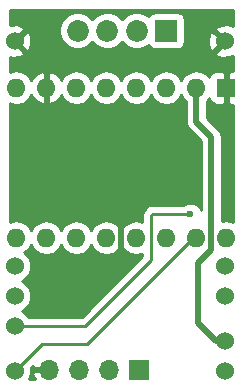
<source format=gbl>
G04 #@! TF.FileFunction,Copper,L2,Bot,Signal*
%FSLAX46Y46*%
G04 Gerber Fmt 4.6, Leading zero omitted, Abs format (unit mm)*
G04 Created by KiCad (PCBNEW 4.0.6+dfsg1-1) date Mon Feb 26 15:58:45 2018*
%MOMM*%
%LPD*%
G01*
G04 APERTURE LIST*
%ADD10C,0.100000*%
%ADD11R,1.600000X1.600000*%
%ADD12O,1.600000X1.600000*%
%ADD13R,1.850000X1.850000*%
%ADD14C,1.850000*%
%ADD15R,1.700000X1.700000*%
%ADD16O,1.700000X1.700000*%
%ADD17C,1.524000*%
%ADD18C,0.600000*%
%ADD19C,0.500000*%
%ADD20C,1.000000*%
%ADD21C,0.250000*%
%ADD22C,0.254000*%
G04 APERTURE END LIST*
D10*
D11*
X19121120Y25476200D03*
D12*
X1341120Y12776200D03*
X16581120Y25476200D03*
X3881120Y12776200D03*
X14041120Y25476200D03*
X6421120Y12776200D03*
X11501120Y25476200D03*
X8961120Y12776200D03*
X8961120Y25476200D03*
X11501120Y12776200D03*
X6421120Y25476200D03*
X14041120Y12776200D03*
X3881120Y25476200D03*
X16581120Y12776200D03*
X1341120Y25476200D03*
X19121120Y12776200D03*
D13*
X14041120Y30302200D03*
D14*
X11541120Y30302200D03*
X9041120Y30302200D03*
X6541120Y30302200D03*
D15*
X11755120Y1600200D03*
D16*
X9215120Y1600200D03*
X6675120Y1600200D03*
X4135120Y1600200D03*
D17*
X18994120Y1473200D03*
X18994120Y4013200D03*
X18994120Y7823200D03*
X18994120Y10363200D03*
X1214120Y1473200D03*
X1214120Y29413200D03*
X18994120Y29413200D03*
X1214120Y5283200D03*
X1214120Y7823200D03*
X1214120Y10363200D03*
D18*
X4008120Y6172200D03*
X6589120Y21031200D03*
X16073120Y14808200D03*
D19*
X18994120Y4013200D02*
X18232120Y4013200D01*
X18232120Y4013200D02*
X16708120Y5537200D01*
X16581120Y22555200D02*
X16581120Y25476200D01*
X17851120Y21285200D02*
X16581120Y22555200D01*
X17851120Y11760200D02*
X17851120Y21285200D01*
X16708120Y10617200D02*
X17851120Y11760200D01*
X16708120Y5537200D02*
X16708120Y10617200D01*
X6589120Y21031200D02*
X9215120Y21031200D01*
X6802120Y6172200D02*
X4008120Y6172200D01*
X10231120Y9601200D02*
X6802120Y6172200D01*
X10231120Y20015200D02*
X10231120Y9601200D01*
X9215120Y21031200D02*
X10231120Y20015200D01*
D20*
X6589120Y21031200D02*
X6548120Y21031200D01*
D21*
X16581120Y12776200D02*
X16327120Y12776200D01*
X16327120Y12776200D02*
X7310120Y3759200D01*
X7310120Y3759200D02*
X3500120Y3759200D01*
X3500120Y3759200D02*
X1214120Y1473200D01*
X7183120Y5283200D02*
X1214120Y5283200D01*
X12771120Y10871200D02*
X7183120Y5283200D01*
X12771120Y14681200D02*
X12771120Y10871200D01*
X12898120Y14808200D02*
X12771120Y14681200D01*
X16073120Y14808200D02*
X12898120Y14808200D01*
D22*
G36*
X2814301Y1727200D02*
X4008120Y1727200D01*
X4008120Y1747200D01*
X4262120Y1747200D01*
X4262120Y1727200D01*
X4282120Y1727200D01*
X4282120Y1473200D01*
X4262120Y1473200D01*
X4262120Y1453200D01*
X4008120Y1453200D01*
X4008120Y1473200D01*
X2814301Y1473200D01*
X2693634Y1243308D01*
X2908304Y786200D01*
X2441502Y786200D01*
X2610877Y1194100D01*
X2611362Y1749861D01*
X2597977Y1782255D01*
X2720889Y1905167D01*
X2814301Y1727200D01*
X2814301Y1727200D01*
G37*
X2814301Y1727200D02*
X4008120Y1727200D01*
X4008120Y1747200D01*
X4262120Y1747200D01*
X4262120Y1727200D01*
X4282120Y1727200D01*
X4282120Y1473200D01*
X4262120Y1473200D01*
X4262120Y1453200D01*
X4008120Y1453200D01*
X4008120Y1473200D01*
X2814301Y1473200D01*
X2693634Y1243308D01*
X2908304Y786200D01*
X2441502Y786200D01*
X2610877Y1194100D01*
X2611362Y1749861D01*
X2597977Y1782255D01*
X2720889Y1905167D01*
X2814301Y1727200D01*
G36*
X10486422Y11733389D02*
X10951969Y11422320D01*
X11501120Y11313087D01*
X12011120Y11414532D01*
X12011120Y11186002D01*
X6868318Y6043200D01*
X2411651Y6043200D01*
X2399130Y6073503D01*
X2006490Y6466829D01*
X1798608Y6553149D01*
X2004423Y6638190D01*
X2397749Y7030830D01*
X2610877Y7544100D01*
X2611362Y8099861D01*
X2399130Y8613503D01*
X2006490Y9006829D01*
X1798608Y9093149D01*
X2004423Y9178190D01*
X2397749Y9570830D01*
X2610877Y10084100D01*
X2611362Y10639861D01*
X2399130Y11153503D01*
X2034547Y11518723D01*
X2355818Y11733389D01*
X2611120Y12115475D01*
X2866422Y11733389D01*
X3331969Y11422320D01*
X3881120Y11313087D01*
X4430271Y11422320D01*
X4895818Y11733389D01*
X5151120Y12115475D01*
X5406422Y11733389D01*
X5871969Y11422320D01*
X6421120Y11313087D01*
X6970271Y11422320D01*
X7435818Y11733389D01*
X7691120Y12115475D01*
X7946422Y11733389D01*
X8411969Y11422320D01*
X8961120Y11313087D01*
X9510271Y11422320D01*
X9975818Y11733389D01*
X10231120Y12115475D01*
X10486422Y11733389D01*
X10486422Y11733389D01*
G37*
X10486422Y11733389D02*
X10951969Y11422320D01*
X11501120Y11313087D01*
X12011120Y11414532D01*
X12011120Y11186002D01*
X6868318Y6043200D01*
X2411651Y6043200D01*
X2399130Y6073503D01*
X2006490Y6466829D01*
X1798608Y6553149D01*
X2004423Y6638190D01*
X2397749Y7030830D01*
X2610877Y7544100D01*
X2611362Y8099861D01*
X2399130Y8613503D01*
X2006490Y9006829D01*
X1798608Y9093149D01*
X2004423Y9178190D01*
X2397749Y9570830D01*
X2610877Y10084100D01*
X2611362Y10639861D01*
X2399130Y11153503D01*
X2034547Y11518723D01*
X2355818Y11733389D01*
X2611120Y12115475D01*
X2866422Y11733389D01*
X3331969Y11422320D01*
X3881120Y11313087D01*
X4430271Y11422320D01*
X4895818Y11733389D01*
X5151120Y12115475D01*
X5406422Y11733389D01*
X5871969Y11422320D01*
X6421120Y11313087D01*
X6970271Y11422320D01*
X7435818Y11733389D01*
X7691120Y12115475D01*
X7946422Y11733389D01*
X8411969Y11422320D01*
X8961120Y11313087D01*
X9510271Y11422320D01*
X9975818Y11733389D01*
X10231120Y12115475D01*
X10486422Y11733389D01*
G36*
X19681120Y30651346D02*
X19201818Y30822344D01*
X18646752Y30794562D01*
X18262977Y30635597D01*
X18193512Y30393413D01*
X18994120Y29592805D01*
X19008263Y29606947D01*
X19187868Y29427342D01*
X19173725Y29413200D01*
X19187868Y29399057D01*
X19008263Y29219452D01*
X18994120Y29233595D01*
X18193512Y28432987D01*
X18262977Y28190803D01*
X18786422Y28004056D01*
X19341488Y28031838D01*
X19681120Y28172518D01*
X19681120Y26911200D01*
X19406870Y26911200D01*
X19248120Y26752450D01*
X19248120Y25603200D01*
X19268120Y25603200D01*
X19268120Y25349200D01*
X19248120Y25349200D01*
X19248120Y24199950D01*
X19406870Y24041200D01*
X19681120Y24041200D01*
X19681120Y14122831D01*
X19670271Y14130080D01*
X19121120Y14239313D01*
X18736120Y14162732D01*
X18736120Y21285195D01*
X18736121Y21285200D01*
X18668753Y21623875D01*
X18637800Y21670200D01*
X18476910Y21910990D01*
X18476907Y21910992D01*
X17466120Y22921780D01*
X17466120Y24346727D01*
X17595818Y24433389D01*
X17686120Y24568535D01*
X17686120Y24549891D01*
X17782793Y24316502D01*
X17961421Y24137873D01*
X18194810Y24041200D01*
X18835370Y24041200D01*
X18994120Y24199950D01*
X18994120Y25349200D01*
X18974120Y25349200D01*
X18974120Y25603200D01*
X18994120Y25603200D01*
X18994120Y26752450D01*
X18835370Y26911200D01*
X18194810Y26911200D01*
X17961421Y26814527D01*
X17782793Y26635898D01*
X17686120Y26402509D01*
X17686120Y26383865D01*
X17595818Y26519011D01*
X17130271Y26830080D01*
X16581120Y26939313D01*
X16031969Y26830080D01*
X15566422Y26519011D01*
X15311120Y26136925D01*
X15055818Y26519011D01*
X14590271Y26830080D01*
X14041120Y26939313D01*
X13491969Y26830080D01*
X13026422Y26519011D01*
X12771120Y26136925D01*
X12515818Y26519011D01*
X12050271Y26830080D01*
X11501120Y26939313D01*
X10951969Y26830080D01*
X10486422Y26519011D01*
X10231120Y26136925D01*
X9975818Y26519011D01*
X9510271Y26830080D01*
X8961120Y26939313D01*
X8411969Y26830080D01*
X7946422Y26519011D01*
X7691120Y26136925D01*
X7435818Y26519011D01*
X6970271Y26830080D01*
X6421120Y26939313D01*
X5871969Y26830080D01*
X5406422Y26519011D01*
X5136134Y26114497D01*
X5033509Y26331334D01*
X4618543Y26707241D01*
X4230159Y26868104D01*
X4008120Y26746115D01*
X4008120Y25603200D01*
X4028120Y25603200D01*
X4028120Y25349200D01*
X4008120Y25349200D01*
X4008120Y24206285D01*
X4230159Y24084296D01*
X4618543Y24245159D01*
X5033509Y24621066D01*
X5136134Y24837903D01*
X5406422Y24433389D01*
X5871969Y24122320D01*
X6421120Y24013087D01*
X6970271Y24122320D01*
X7435818Y24433389D01*
X7691120Y24815475D01*
X7946422Y24433389D01*
X8411969Y24122320D01*
X8961120Y24013087D01*
X9510271Y24122320D01*
X9975818Y24433389D01*
X10231120Y24815475D01*
X10486422Y24433389D01*
X10951969Y24122320D01*
X11501120Y24013087D01*
X12050271Y24122320D01*
X12515818Y24433389D01*
X12771120Y24815475D01*
X13026422Y24433389D01*
X13491969Y24122320D01*
X14041120Y24013087D01*
X14590271Y24122320D01*
X15055818Y24433389D01*
X15311120Y24815475D01*
X15566422Y24433389D01*
X15696120Y24346727D01*
X15696120Y22555205D01*
X15696119Y22555200D01*
X15752310Y22272716D01*
X15763487Y22216525D01*
X15955330Y21929410D01*
X16966120Y20918621D01*
X16966120Y15095407D01*
X16866237Y15337143D01*
X16603447Y15600392D01*
X16259919Y15743038D01*
X15887953Y15743362D01*
X15544177Y15601317D01*
X15511002Y15568200D01*
X12898120Y15568200D01*
X12607281Y15510348D01*
X12360719Y15345601D01*
X12233719Y15218601D01*
X12068972Y14972039D01*
X12011120Y14681200D01*
X12011120Y14137868D01*
X11501120Y14239313D01*
X10951969Y14130080D01*
X10486422Y13819011D01*
X10231120Y13436925D01*
X9975818Y13819011D01*
X9510271Y14130080D01*
X8961120Y14239313D01*
X8411969Y14130080D01*
X7946422Y13819011D01*
X7691120Y13436925D01*
X7435818Y13819011D01*
X6970271Y14130080D01*
X6421120Y14239313D01*
X5871969Y14130080D01*
X5406422Y13819011D01*
X5151120Y13436925D01*
X4895818Y13819011D01*
X4430271Y14130080D01*
X3881120Y14239313D01*
X3331969Y14130080D01*
X2866422Y13819011D01*
X2611120Y13436925D01*
X2355818Y13819011D01*
X1890271Y14130080D01*
X1341120Y14239313D01*
X791969Y14130080D01*
X781120Y14122831D01*
X781120Y24129569D01*
X791969Y24122320D01*
X1341120Y24013087D01*
X1890271Y24122320D01*
X2355818Y24433389D01*
X2626106Y24837903D01*
X2728731Y24621066D01*
X3143697Y24245159D01*
X3532081Y24084296D01*
X3754120Y24206285D01*
X3754120Y25349200D01*
X3734120Y25349200D01*
X3734120Y25603200D01*
X3754120Y25603200D01*
X3754120Y26746115D01*
X3532081Y26868104D01*
X3143697Y26707241D01*
X2728731Y26331334D01*
X2626106Y26114497D01*
X2355818Y26519011D01*
X1890271Y26830080D01*
X1341120Y26939313D01*
X791969Y26830080D01*
X781120Y26822831D01*
X781120Y28084436D01*
X1006422Y28004056D01*
X1561488Y28031838D01*
X1945263Y28190803D01*
X2014728Y28432987D01*
X1214120Y29233595D01*
X1199978Y29219452D01*
X1020373Y29399057D01*
X1034515Y29413200D01*
X1393725Y29413200D01*
X2194333Y28612592D01*
X2436517Y28682057D01*
X2623264Y29205502D01*
X2595482Y29760568D01*
X2499099Y29993258D01*
X4980850Y29993258D01*
X5217845Y29419686D01*
X5656297Y28980468D01*
X6229456Y28742472D01*
X6850062Y28741930D01*
X7423634Y28978925D01*
X7791376Y29346026D01*
X8156297Y28980468D01*
X8729456Y28742472D01*
X9350062Y28741930D01*
X9923634Y28978925D01*
X10291376Y29346026D01*
X10656297Y28980468D01*
X11229456Y28742472D01*
X11850062Y28741930D01*
X12423634Y28978925D01*
X12541869Y29096954D01*
X12652030Y28925759D01*
X12864230Y28780769D01*
X13116120Y28729760D01*
X14966120Y28729760D01*
X15201437Y28774038D01*
X15417561Y28913110D01*
X15562551Y29125310D01*
X15613560Y29377200D01*
X15613560Y29620898D01*
X17584976Y29620898D01*
X17612758Y29065832D01*
X17771723Y28682057D01*
X18013907Y28612592D01*
X18814515Y29413200D01*
X18013907Y30213808D01*
X17771723Y30144343D01*
X17584976Y29620898D01*
X15613560Y29620898D01*
X15613560Y31227200D01*
X15569282Y31462517D01*
X15430210Y31678641D01*
X15218010Y31823631D01*
X14966120Y31874640D01*
X13116120Y31874640D01*
X12880803Y31830362D01*
X12664679Y31691290D01*
X12540349Y31509326D01*
X12425943Y31623932D01*
X11852784Y31861928D01*
X11232178Y31862470D01*
X10658606Y31625475D01*
X10290864Y31258374D01*
X9925943Y31623932D01*
X9352784Y31861928D01*
X8732178Y31862470D01*
X8158606Y31625475D01*
X7790864Y31258374D01*
X7425943Y31623932D01*
X6852784Y31861928D01*
X6232178Y31862470D01*
X5658606Y31625475D01*
X5219388Y31187023D01*
X4981392Y30613864D01*
X4980850Y29993258D01*
X2499099Y29993258D01*
X2436517Y30144343D01*
X2194333Y30213808D01*
X1393725Y29413200D01*
X1034515Y29413200D01*
X1020373Y29427342D01*
X1199978Y29606947D01*
X1214120Y29592805D01*
X2014728Y30393413D01*
X1945263Y30635597D01*
X1421818Y30822344D01*
X866752Y30794562D01*
X781120Y30759092D01*
X781120Y32005200D01*
X19681120Y32005200D01*
X19681120Y30651346D01*
X19681120Y30651346D01*
G37*
X19681120Y30651346D02*
X19201818Y30822344D01*
X18646752Y30794562D01*
X18262977Y30635597D01*
X18193512Y30393413D01*
X18994120Y29592805D01*
X19008263Y29606947D01*
X19187868Y29427342D01*
X19173725Y29413200D01*
X19187868Y29399057D01*
X19008263Y29219452D01*
X18994120Y29233595D01*
X18193512Y28432987D01*
X18262977Y28190803D01*
X18786422Y28004056D01*
X19341488Y28031838D01*
X19681120Y28172518D01*
X19681120Y26911200D01*
X19406870Y26911200D01*
X19248120Y26752450D01*
X19248120Y25603200D01*
X19268120Y25603200D01*
X19268120Y25349200D01*
X19248120Y25349200D01*
X19248120Y24199950D01*
X19406870Y24041200D01*
X19681120Y24041200D01*
X19681120Y14122831D01*
X19670271Y14130080D01*
X19121120Y14239313D01*
X18736120Y14162732D01*
X18736120Y21285195D01*
X18736121Y21285200D01*
X18668753Y21623875D01*
X18637800Y21670200D01*
X18476910Y21910990D01*
X18476907Y21910992D01*
X17466120Y22921780D01*
X17466120Y24346727D01*
X17595818Y24433389D01*
X17686120Y24568535D01*
X17686120Y24549891D01*
X17782793Y24316502D01*
X17961421Y24137873D01*
X18194810Y24041200D01*
X18835370Y24041200D01*
X18994120Y24199950D01*
X18994120Y25349200D01*
X18974120Y25349200D01*
X18974120Y25603200D01*
X18994120Y25603200D01*
X18994120Y26752450D01*
X18835370Y26911200D01*
X18194810Y26911200D01*
X17961421Y26814527D01*
X17782793Y26635898D01*
X17686120Y26402509D01*
X17686120Y26383865D01*
X17595818Y26519011D01*
X17130271Y26830080D01*
X16581120Y26939313D01*
X16031969Y26830080D01*
X15566422Y26519011D01*
X15311120Y26136925D01*
X15055818Y26519011D01*
X14590271Y26830080D01*
X14041120Y26939313D01*
X13491969Y26830080D01*
X13026422Y26519011D01*
X12771120Y26136925D01*
X12515818Y26519011D01*
X12050271Y26830080D01*
X11501120Y26939313D01*
X10951969Y26830080D01*
X10486422Y26519011D01*
X10231120Y26136925D01*
X9975818Y26519011D01*
X9510271Y26830080D01*
X8961120Y26939313D01*
X8411969Y26830080D01*
X7946422Y26519011D01*
X7691120Y26136925D01*
X7435818Y26519011D01*
X6970271Y26830080D01*
X6421120Y26939313D01*
X5871969Y26830080D01*
X5406422Y26519011D01*
X5136134Y26114497D01*
X5033509Y26331334D01*
X4618543Y26707241D01*
X4230159Y26868104D01*
X4008120Y26746115D01*
X4008120Y25603200D01*
X4028120Y25603200D01*
X4028120Y25349200D01*
X4008120Y25349200D01*
X4008120Y24206285D01*
X4230159Y24084296D01*
X4618543Y24245159D01*
X5033509Y24621066D01*
X5136134Y24837903D01*
X5406422Y24433389D01*
X5871969Y24122320D01*
X6421120Y24013087D01*
X6970271Y24122320D01*
X7435818Y24433389D01*
X7691120Y24815475D01*
X7946422Y24433389D01*
X8411969Y24122320D01*
X8961120Y24013087D01*
X9510271Y24122320D01*
X9975818Y24433389D01*
X10231120Y24815475D01*
X10486422Y24433389D01*
X10951969Y24122320D01*
X11501120Y24013087D01*
X12050271Y24122320D01*
X12515818Y24433389D01*
X12771120Y24815475D01*
X13026422Y24433389D01*
X13491969Y24122320D01*
X14041120Y24013087D01*
X14590271Y24122320D01*
X15055818Y24433389D01*
X15311120Y24815475D01*
X15566422Y24433389D01*
X15696120Y24346727D01*
X15696120Y22555205D01*
X15696119Y22555200D01*
X15752310Y22272716D01*
X15763487Y22216525D01*
X15955330Y21929410D01*
X16966120Y20918621D01*
X16966120Y15095407D01*
X16866237Y15337143D01*
X16603447Y15600392D01*
X16259919Y15743038D01*
X15887953Y15743362D01*
X15544177Y15601317D01*
X15511002Y15568200D01*
X12898120Y15568200D01*
X12607281Y15510348D01*
X12360719Y15345601D01*
X12233719Y15218601D01*
X12068972Y14972039D01*
X12011120Y14681200D01*
X12011120Y14137868D01*
X11501120Y14239313D01*
X10951969Y14130080D01*
X10486422Y13819011D01*
X10231120Y13436925D01*
X9975818Y13819011D01*
X9510271Y14130080D01*
X8961120Y14239313D01*
X8411969Y14130080D01*
X7946422Y13819011D01*
X7691120Y13436925D01*
X7435818Y13819011D01*
X6970271Y14130080D01*
X6421120Y14239313D01*
X5871969Y14130080D01*
X5406422Y13819011D01*
X5151120Y13436925D01*
X4895818Y13819011D01*
X4430271Y14130080D01*
X3881120Y14239313D01*
X3331969Y14130080D01*
X2866422Y13819011D01*
X2611120Y13436925D01*
X2355818Y13819011D01*
X1890271Y14130080D01*
X1341120Y14239313D01*
X791969Y14130080D01*
X781120Y14122831D01*
X781120Y24129569D01*
X791969Y24122320D01*
X1341120Y24013087D01*
X1890271Y24122320D01*
X2355818Y24433389D01*
X2626106Y24837903D01*
X2728731Y24621066D01*
X3143697Y24245159D01*
X3532081Y24084296D01*
X3754120Y24206285D01*
X3754120Y25349200D01*
X3734120Y25349200D01*
X3734120Y25603200D01*
X3754120Y25603200D01*
X3754120Y26746115D01*
X3532081Y26868104D01*
X3143697Y26707241D01*
X2728731Y26331334D01*
X2626106Y26114497D01*
X2355818Y26519011D01*
X1890271Y26830080D01*
X1341120Y26939313D01*
X791969Y26830080D01*
X781120Y26822831D01*
X781120Y28084436D01*
X1006422Y28004056D01*
X1561488Y28031838D01*
X1945263Y28190803D01*
X2014728Y28432987D01*
X1214120Y29233595D01*
X1199978Y29219452D01*
X1020373Y29399057D01*
X1034515Y29413200D01*
X1393725Y29413200D01*
X2194333Y28612592D01*
X2436517Y28682057D01*
X2623264Y29205502D01*
X2595482Y29760568D01*
X2499099Y29993258D01*
X4980850Y29993258D01*
X5217845Y29419686D01*
X5656297Y28980468D01*
X6229456Y28742472D01*
X6850062Y28741930D01*
X7423634Y28978925D01*
X7791376Y29346026D01*
X8156297Y28980468D01*
X8729456Y28742472D01*
X9350062Y28741930D01*
X9923634Y28978925D01*
X10291376Y29346026D01*
X10656297Y28980468D01*
X11229456Y28742472D01*
X11850062Y28741930D01*
X12423634Y28978925D01*
X12541869Y29096954D01*
X12652030Y28925759D01*
X12864230Y28780769D01*
X13116120Y28729760D01*
X14966120Y28729760D01*
X15201437Y28774038D01*
X15417561Y28913110D01*
X15562551Y29125310D01*
X15613560Y29377200D01*
X15613560Y29620898D01*
X17584976Y29620898D01*
X17612758Y29065832D01*
X17771723Y28682057D01*
X18013907Y28612592D01*
X18814515Y29413200D01*
X18013907Y30213808D01*
X17771723Y30144343D01*
X17584976Y29620898D01*
X15613560Y29620898D01*
X15613560Y31227200D01*
X15569282Y31462517D01*
X15430210Y31678641D01*
X15218010Y31823631D01*
X14966120Y31874640D01*
X13116120Y31874640D01*
X12880803Y31830362D01*
X12664679Y31691290D01*
X12540349Y31509326D01*
X12425943Y31623932D01*
X11852784Y31861928D01*
X11232178Y31862470D01*
X10658606Y31625475D01*
X10290864Y31258374D01*
X9925943Y31623932D01*
X9352784Y31861928D01*
X8732178Y31862470D01*
X8158606Y31625475D01*
X7790864Y31258374D01*
X7425943Y31623932D01*
X6852784Y31861928D01*
X6232178Y31862470D01*
X5658606Y31625475D01*
X5219388Y31187023D01*
X4981392Y30613864D01*
X4980850Y29993258D01*
X2499099Y29993258D01*
X2436517Y30144343D01*
X2194333Y30213808D01*
X1393725Y29413200D01*
X1034515Y29413200D01*
X1020373Y29427342D01*
X1199978Y29606947D01*
X1214120Y29592805D01*
X2014728Y30393413D01*
X1945263Y30635597D01*
X1421818Y30822344D01*
X866752Y30794562D01*
X781120Y30759092D01*
X781120Y32005200D01*
X19681120Y32005200D01*
X19681120Y30651346D01*
M02*

</source>
